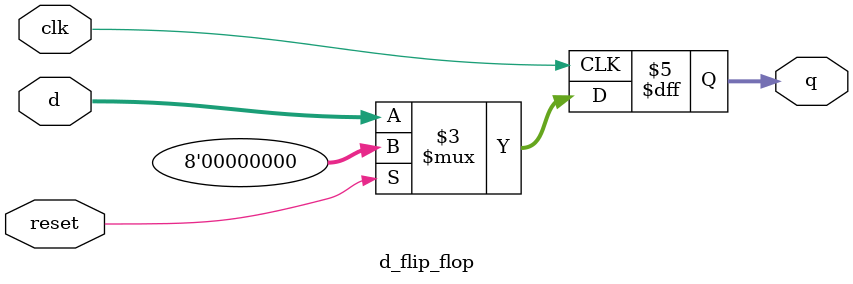
<source format=sv>
module d_flip_flop (
    input logic clk,
    input logic reset,
    input logic [7:0] d,
    output logic [7:0] q
);

    always @(negedge clk) begin
        if (reset) begin
            q <= 8'b00000000;
        end else begin
            q <= d;
        end
    end

endmodule
</source>
